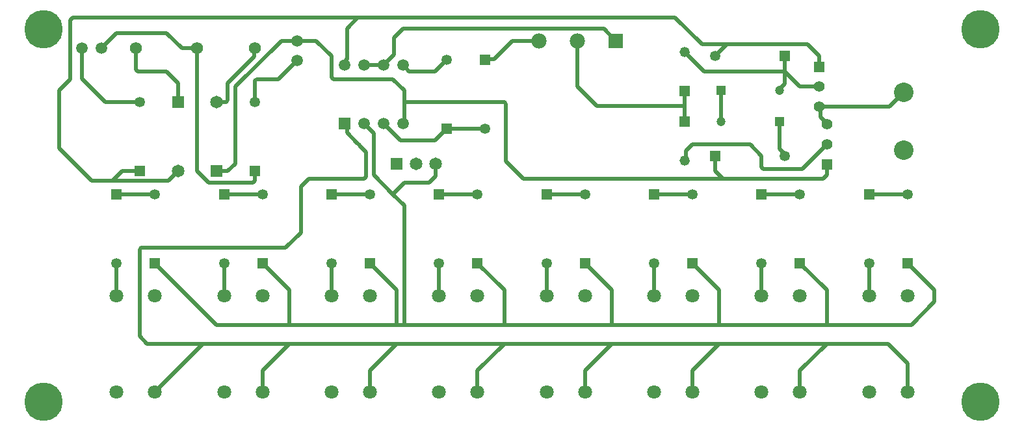
<source format=gbr>
G04*
G04 #@! TF.GenerationSoftware,Altium Limited,Altium Designer,24.5.1 (21)*
G04*
G04 Layer_Physical_Order=1*
G04 Layer_Color=255*
%FSLAX25Y25*%
%MOIN*%
G70*
G04*
G04 #@! TF.SameCoordinates,3106325B-D942-48A4-ABE3-467AB4579E9E*
G04*
G04*
G04 #@! TF.FilePolarity,Positive*
G04*
G01*
G75*
%ADD24R,0.05200X0.05200*%
%ADD25C,0.05200*%
%ADD26R,0.04724X0.04724*%
%ADD27C,0.04724*%
%ADD38C,0.01968*%
%ADD39R,0.06496X0.06496*%
%ADD40C,0.06496*%
%ADD41C,0.05315*%
%ADD42R,0.05315X0.05315*%
%ADD43C,0.07795*%
%ADD44R,0.07795X0.07795*%
%ADD45R,0.05315X0.05315*%
%ADD46R,0.05512X0.05512*%
%ADD47C,0.05512*%
%ADD48C,0.10000*%
%ADD49C,0.05906*%
%ADD50C,0.06181*%
%ADD51R,0.06496X0.06496*%
%ADD52C,0.07087*%
%ADD53C,0.19685*%
%ADD54R,0.05906X0.05906*%
D24*
X342520Y172913D02*
D03*
Y157480D02*
D03*
D25*
Y192913D02*
D03*
Y137480D02*
D03*
D26*
X390996Y157480D02*
D03*
X360972Y173228D02*
D03*
D27*
X360972Y157480D02*
D03*
X390996Y173228D02*
D03*
D38*
X49213Y127067D02*
X77854D01*
X38287D02*
X49213D01*
X54035Y131890D01*
X62992D01*
X27559Y179134D02*
Y209477D01*
X28712Y210630D02*
X174766D01*
X27559Y209477D02*
X28712Y210630D01*
X169291Y205155D02*
X174766Y210630D01*
X192913Y120079D02*
X198819Y114173D01*
X183071Y129921D02*
X192913Y120079D01*
X211445Y125984D02*
X214882Y129421D01*
X198819Y125984D02*
X211445D01*
X214882Y129421D02*
Y135827D01*
X192913Y120079D02*
X198819Y125984D01*
X178071Y156260D02*
X183071Y151260D01*
X179134Y129106D02*
Y141732D01*
X183071Y129921D02*
Y151260D01*
X177981Y127953D02*
X179134Y129106D01*
X149606Y127953D02*
X177981D01*
X145669Y124016D02*
X149606Y127953D01*
X240158Y188976D02*
X240678Y189497D01*
X244615D01*
X253937Y198819D01*
X267717D01*
X198003Y204882D02*
X301024D01*
X188071Y186260D02*
X193414Y191603D01*
Y200292D01*
X198003Y204882D01*
X301024D02*
X307087Y198819D01*
X168824Y187013D02*
Y188914D01*
X169291Y189382D02*
Y205155D01*
X168071Y186260D02*
X168824Y187013D01*
Y188914D02*
X169291Y189382D01*
X174766Y210630D02*
X337598D01*
X351378Y196850D01*
X169359Y151507D02*
X174369Y146498D01*
X174442D01*
X175710Y145156D02*
Y145229D01*
X174442Y146498D02*
X175710Y145229D01*
X168071Y156260D02*
X169359Y154972D01*
Y151507D02*
Y154972D01*
X175710Y145156D02*
X179134Y141732D01*
X122047Y126907D02*
Y131890D01*
X98425Y125984D02*
X121125D01*
X122047Y126907D01*
X92520Y131890D02*
X98425Y125984D01*
X92520Y131890D02*
Y194882D01*
X84646Y194882D02*
X92520D01*
X92520Y194882D01*
X51181Y202756D02*
X76772D01*
X84646Y194882D01*
X43307D02*
X51181Y202756D01*
X351378Y196850D02*
X364173D01*
X250922Y136873D02*
X259842Y127953D01*
X198819Y167323D02*
X250000D01*
X198819Y157008D02*
Y167323D01*
X250000D02*
X250922Y166400D01*
Y136873D02*
Y166400D01*
X198819Y167323D02*
Y173228D01*
X259842Y127953D02*
X362205D01*
X162340Y179134D02*
X192913D01*
X161417Y180056D02*
Y190945D01*
Y180056D02*
X162340Y179134D01*
X153543Y198819D02*
X161417Y190945D01*
X192913Y179134D02*
X198819Y173228D01*
X198071Y156260D02*
X198819Y157008D01*
X143701Y198819D02*
X153543D01*
X21654Y173228D02*
X27559Y179134D01*
X21654Y143701D02*
Y173228D01*
Y143701D02*
X38287Y127067D01*
X77854D02*
X82677Y131890D01*
X122047Y167323D02*
Y178211D01*
X122970Y179134D01*
X134016D01*
X143701Y188819D01*
X135827Y198819D02*
X143701D01*
X112205Y135827D02*
Y175197D01*
X135827Y198819D01*
X108268Y131890D02*
X112205Y135827D01*
X102362Y131890D02*
X108268D01*
X121874Y194709D02*
X122047Y194882D01*
X121874Y190772D02*
Y194709D01*
X108268Y177165D02*
X121874Y190772D01*
X108268Y168245D02*
Y177165D01*
X107345Y167323D02*
X108268Y168245D01*
X102362Y167323D02*
X107345D01*
X61024Y183993D02*
Y194882D01*
X61946Y183071D02*
X76772D01*
X61024Y183993D02*
X61946Y183071D01*
X76772D02*
X82677Y177165D01*
Y167323D02*
Y177165D01*
X33307Y179291D02*
Y194882D01*
Y179291D02*
X45276Y167323D01*
X62992D01*
X145669Y100394D02*
Y124016D01*
X137795Y92520D02*
X145669Y100394D01*
X63915Y92520D02*
X137795D01*
X62992Y47244D02*
Y91597D01*
X63915Y92520D01*
X62992Y47244D02*
X66929Y43307D01*
X95472D01*
X102362Y53150D02*
X139764D01*
X70866Y84646D02*
X102362Y53150D01*
X139764D02*
Y70866D01*
X214567Y147638D02*
X220472Y153543D01*
X196693Y147638D02*
X214567D01*
X188071Y156260D02*
X196693Y147638D01*
X214567Y183071D02*
X220472Y188976D01*
X201260Y183071D02*
X214567D01*
X198603Y185727D02*
X201260Y183071D01*
X198071Y186260D02*
X199136D01*
X220472Y153543D02*
X240158D01*
X178071Y186260D02*
X188071D01*
X198819Y53150D02*
X250000D01*
X194882D02*
X198819D01*
Y114173D01*
X342520Y165197D02*
Y172913D01*
Y157480D02*
Y165197D01*
X287402Y175197D02*
Y198819D01*
Y175197D02*
X297402Y165197D01*
X342520D01*
X375984Y145669D02*
X381890Y139764D01*
Y133858D02*
X382812Y132936D01*
X402621D02*
X415354Y145669D01*
X381890Y133858D02*
Y139764D01*
X382812Y132936D02*
X402621D01*
X346457Y145669D02*
X375984D01*
X343138Y142351D02*
X346457Y145669D01*
X343138Y138099D02*
Y142351D01*
X342520Y137480D02*
X343138Y138099D01*
X352362Y183071D02*
X393701D01*
X342520Y192913D02*
X352362Y183071D01*
X393701D02*
Y190945D01*
Y176679D02*
Y183071D01*
X401575Y175197D01*
X358268Y131890D02*
Y139764D01*
X362205Y127953D02*
X413386D01*
X358268Y131890D02*
X362205Y127953D01*
X415354Y129921D02*
Y135433D01*
X413386Y127953D02*
X415354Y129921D01*
X390996Y143374D02*
X393701Y140669D01*
Y139764D02*
Y140669D01*
X390996Y143374D02*
Y157480D01*
X360972Y157480D02*
Y173228D01*
Y157480D02*
X360972Y157480D01*
X358268Y190945D02*
X364173Y196850D01*
X405512D01*
X411417Y190945D01*
Y185433D02*
Y190945D01*
X401575Y175197D02*
X411417D01*
X390996Y173228D02*
Y173974D01*
X393701Y176679D01*
X411417Y164961D02*
X412095Y164283D01*
Y159606D02*
Y164283D01*
Y159606D02*
X415354Y156347D01*
Y155905D02*
Y156347D01*
X411417Y164961D02*
X447405D01*
X454724Y172280D01*
X305118Y53150D02*
X360236D01*
X458661D02*
X470472Y64961D01*
Y70866D01*
X415354Y53150D02*
X458661D01*
X456693Y84646D02*
X470472Y70866D01*
X360236Y53150D02*
X415354D01*
Y70866D01*
X401575Y84646D02*
X415354Y70866D01*
X360236Y53150D02*
Y70866D01*
X346457Y84646D02*
X360236Y70866D01*
X250000Y53150D02*
X305118D01*
Y70866D01*
X291339Y84646D02*
X305118Y70866D01*
X250000Y53150D02*
Y70866D01*
X236221Y84646D02*
X250000Y70866D01*
X139764Y53150D02*
X194882D01*
Y70866D01*
X181102Y84646D02*
X194882Y70866D01*
X125984Y84646D02*
X139764Y70866D01*
X446850Y43307D02*
X456693Y33465D01*
X437008Y120079D02*
X456693D01*
X381890D02*
X381890Y120079D01*
X401575D01*
X326772Y120079D02*
X346457D01*
X271654D02*
X291339D01*
X216535D02*
X236221D01*
X161417D02*
X181102D01*
X106299D02*
X125984D01*
X51181D02*
X70866D01*
X415354Y43307D02*
X446850D01*
X456693Y18701D02*
Y33465D01*
X360236Y43307D02*
X415354D01*
X401575Y29528D02*
X415354Y43307D01*
X401575Y18701D02*
Y29528D01*
X305118Y43307D02*
X360236D01*
X346457Y29528D02*
X360236Y43307D01*
X346457Y18701D02*
Y29528D01*
X181102D02*
X194882Y43307D01*
X181102Y18701D02*
Y29528D01*
X194882Y43307D02*
X250000D01*
X139764D02*
X194882D01*
X125984Y29528D02*
X139764Y43307D01*
X125984Y18701D02*
Y29528D01*
X95472Y43307D02*
X139764D01*
X250000D02*
X305118D01*
X291339Y29528D02*
X305118Y43307D01*
X291339Y18701D02*
Y29528D01*
X236221Y18701D02*
Y29528D01*
X250000Y43307D01*
X70866Y18701D02*
X95472Y43307D01*
X437008Y67913D02*
Y84646D01*
X381890Y67913D02*
Y84646D01*
X326772Y67913D02*
Y84646D01*
X271654Y67913D02*
Y84646D01*
X216535Y67913D02*
Y84646D01*
X161417Y67913D02*
Y84646D01*
X106299Y67913D02*
Y84646D01*
X51181Y67913D02*
Y84646D01*
D39*
X194882Y135827D02*
D03*
D40*
X204882D02*
D03*
X214882D02*
D03*
X102362Y167323D02*
D03*
X82677Y131890D02*
D03*
D41*
X216535Y84646D02*
D03*
X240158Y153543D02*
D03*
X220472Y188976D02*
D03*
X393701Y139764D02*
D03*
X358268Y190945D02*
D03*
X62992Y167323D02*
D03*
X122047D02*
D03*
X456693Y120079D02*
D03*
X437008Y84646D02*
D03*
X401575Y120079D02*
D03*
X381890Y84646D02*
D03*
X346457Y120079D02*
D03*
X326772Y84646D02*
D03*
X291339Y120079D02*
D03*
X271654Y84646D02*
D03*
X236221Y120079D02*
D03*
X181102D02*
D03*
X161417Y84646D02*
D03*
X125984Y120079D02*
D03*
X106299Y84646D02*
D03*
X70866Y120079D02*
D03*
X51181Y84646D02*
D03*
D42*
X216535Y120079D02*
D03*
X240158Y188976D02*
D03*
X220472Y153543D02*
D03*
X62992Y131890D02*
D03*
X122047D02*
D03*
X456693Y84646D02*
D03*
X437008Y120079D02*
D03*
X401575Y84646D02*
D03*
X381890Y120079D02*
D03*
X346457Y84646D02*
D03*
X326772Y120079D02*
D03*
X291339Y84646D02*
D03*
X271654Y120079D02*
D03*
X236221Y84646D02*
D03*
X181102D02*
D03*
X161417Y120079D02*
D03*
X125984Y84646D02*
D03*
X106299Y120079D02*
D03*
X70866Y84646D02*
D03*
X51181Y120079D02*
D03*
D43*
X267717Y198819D02*
D03*
X287402D02*
D03*
D44*
X307087D02*
D03*
D45*
X358268Y139764D02*
D03*
X393701Y190945D02*
D03*
D46*
X411417Y185433D02*
D03*
X415354Y135433D02*
D03*
D47*
X411417Y164961D02*
D03*
Y175197D02*
D03*
X415354Y145669D02*
D03*
Y155905D02*
D03*
D48*
X454724Y142680D02*
D03*
Y172280D02*
D03*
D49*
X143701Y188819D02*
D03*
Y198819D02*
D03*
X33307Y194882D02*
D03*
X43307D02*
D03*
X178071Y156260D02*
D03*
X188071D02*
D03*
X198071D02*
D03*
X168071Y186260D02*
D03*
X178071D02*
D03*
X188071D02*
D03*
X198071D02*
D03*
D50*
X122047Y194882D02*
D03*
X92520D02*
D03*
X61024D02*
D03*
D51*
X102362Y131890D02*
D03*
X82677Y167323D02*
D03*
D52*
X291339Y67913D02*
D03*
Y18701D02*
D03*
X271654Y67913D02*
D03*
Y18701D02*
D03*
X456693Y67913D02*
D03*
Y18701D02*
D03*
X437008Y67913D02*
D03*
Y18701D02*
D03*
X346457Y67913D02*
D03*
Y18701D02*
D03*
X326772Y67913D02*
D03*
Y18701D02*
D03*
X401575Y67913D02*
D03*
Y18701D02*
D03*
X381890Y67913D02*
D03*
Y18701D02*
D03*
X125984Y67913D02*
D03*
Y18701D02*
D03*
X106299Y67913D02*
D03*
Y18701D02*
D03*
X181102Y67913D02*
D03*
Y18701D02*
D03*
X161417Y67913D02*
D03*
Y18701D02*
D03*
X236221Y67913D02*
D03*
Y18701D02*
D03*
X216535Y67913D02*
D03*
Y18701D02*
D03*
X51181D02*
D03*
Y67913D02*
D03*
X70866Y18701D02*
D03*
Y67913D02*
D03*
D53*
X494095Y13780D02*
D03*
Y204724D02*
D03*
X13780Y13780D02*
D03*
Y204724D02*
D03*
D54*
X168071Y156260D02*
D03*
M02*

</source>
